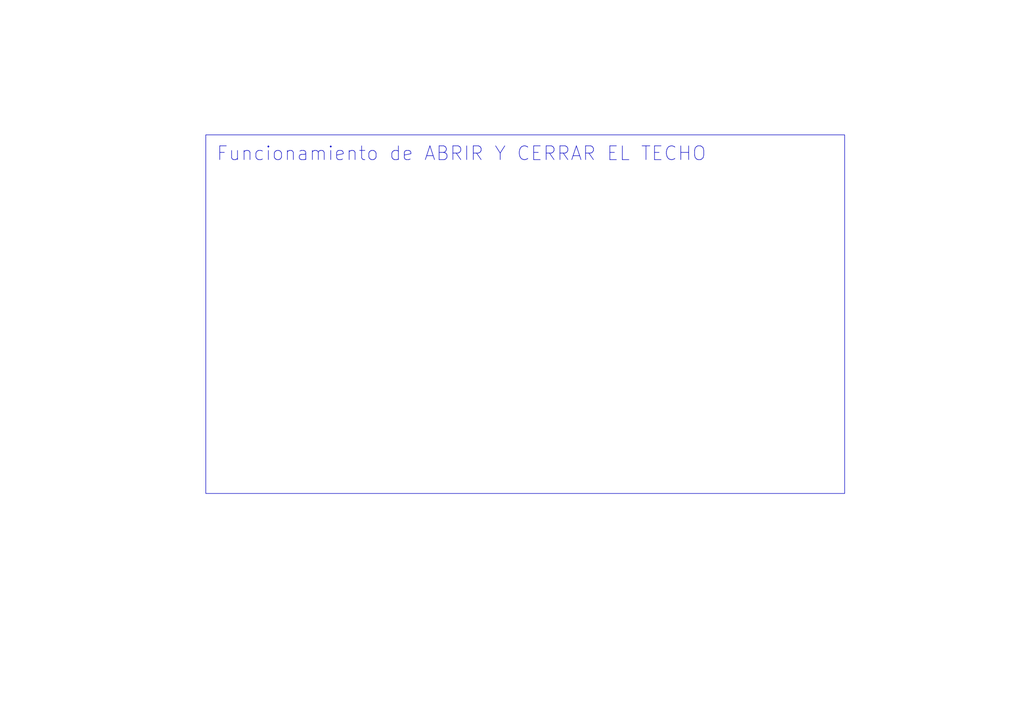
<source format=kicad_sch>
(kicad_sch
	(version 20231120)
	(generator "eeschema")
	(generator_version "8.0")
	(uuid "6af9e750-228f-433b-b0fd-7314ff46fb56")
	(paper "A4")
	(lib_symbols)
	(text_box "Funcionamiento de ABRIR Y CERRAR EL TECHO\n\n"
		(exclude_from_sim no)
		(at 59.69 39.116 0)
		(size 185.293 104.013)
		(stroke
			(width 0)
			(type default)
		)
		(fill
			(type none)
		)
		(effects
			(font
				(size 4 4)
			)
			(justify left top)
		)
		(uuid "6c72b304-21b4-47f8-b80d-662224a7601b")
	)
)

</source>
